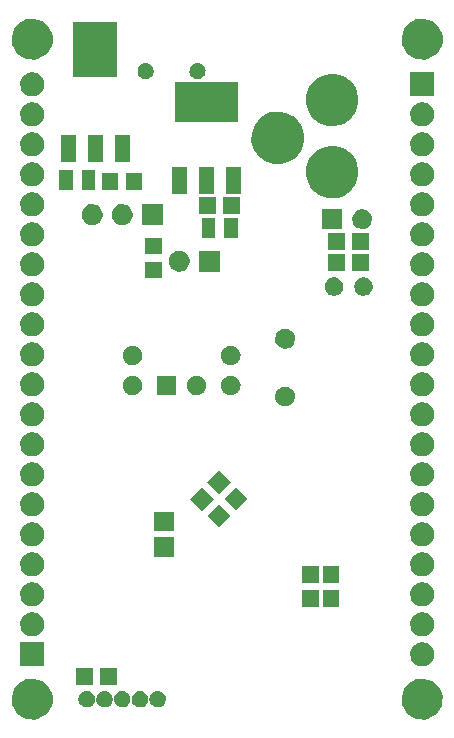
<source format=gbs>
G04 (created by PCBNEW (2013-07-07 BZR 4022)-stable) date 12/3/2013 2:23:43 AM*
%MOIN*%
G04 Gerber Fmt 3.4, Leading zero omitted, Abs format*
%FSLAX34Y34*%
G01*
G70*
G90*
G04 APERTURE LIST*
%ADD10C,0.00590551*%
G04 APERTURE END LIST*
G54D10*
G36*
X11400Y-11961D02*
X11399Y-12049D01*
X11381Y-12127D01*
X11350Y-12197D01*
X11303Y-12263D01*
X11248Y-12316D01*
X11180Y-12359D01*
X11109Y-12386D01*
X11029Y-12400D01*
X10953Y-12399D01*
X10874Y-12382D01*
X10804Y-12351D01*
X10738Y-12305D01*
X10685Y-12250D01*
X10641Y-12182D01*
X10613Y-12112D01*
X10599Y-12032D01*
X10600Y-11956D01*
X10617Y-11877D01*
X10647Y-11807D01*
X10692Y-11740D01*
X10747Y-11687D01*
X10814Y-11643D01*
X10885Y-11614D01*
X10964Y-11599D01*
X11040Y-11599D01*
X11120Y-11616D01*
X11190Y-11645D01*
X11257Y-11691D01*
X11310Y-11744D01*
X11355Y-11812D01*
X11384Y-11882D01*
X11400Y-11961D01*
X11400Y-11961D01*
G37*
G36*
X11400Y-12961D02*
X11399Y-13049D01*
X11381Y-13127D01*
X11350Y-13197D01*
X11303Y-13263D01*
X11248Y-13316D01*
X11180Y-13359D01*
X11109Y-13386D01*
X11029Y-13400D01*
X10953Y-13399D01*
X10874Y-13382D01*
X10804Y-13351D01*
X10738Y-13305D01*
X10685Y-13250D01*
X10641Y-13182D01*
X10613Y-13112D01*
X10599Y-13032D01*
X10600Y-12956D01*
X10617Y-12877D01*
X10647Y-12807D01*
X10692Y-12740D01*
X10747Y-12687D01*
X10814Y-12643D01*
X10885Y-12614D01*
X10964Y-12599D01*
X11040Y-12599D01*
X11120Y-12616D01*
X11190Y-12645D01*
X11257Y-12691D01*
X11310Y-12744D01*
X11355Y-12812D01*
X11384Y-12882D01*
X11400Y-12961D01*
X11400Y-12961D01*
G37*
G36*
X11400Y-13961D02*
X11399Y-14049D01*
X11381Y-14127D01*
X11350Y-14197D01*
X11303Y-14263D01*
X11248Y-14316D01*
X11180Y-14359D01*
X11109Y-14386D01*
X11029Y-14400D01*
X10953Y-14399D01*
X10874Y-14382D01*
X10804Y-14351D01*
X10738Y-14305D01*
X10685Y-14250D01*
X10641Y-14182D01*
X10613Y-14112D01*
X10599Y-14032D01*
X10600Y-13956D01*
X10617Y-13877D01*
X10647Y-13807D01*
X10692Y-13740D01*
X10747Y-13687D01*
X10814Y-13643D01*
X10885Y-13614D01*
X10964Y-13599D01*
X11040Y-13599D01*
X11120Y-13616D01*
X11190Y-13645D01*
X11257Y-13691D01*
X11310Y-13744D01*
X11355Y-13812D01*
X11384Y-13882D01*
X11400Y-13961D01*
X11400Y-13961D01*
G37*
G36*
X11400Y-14961D02*
X11399Y-15049D01*
X11381Y-15127D01*
X11350Y-15197D01*
X11303Y-15263D01*
X11248Y-15316D01*
X11180Y-15359D01*
X11109Y-15386D01*
X11029Y-15400D01*
X10953Y-15399D01*
X10874Y-15382D01*
X10804Y-15351D01*
X10738Y-15305D01*
X10685Y-15250D01*
X10641Y-15182D01*
X10613Y-15112D01*
X10599Y-15032D01*
X10600Y-14956D01*
X10617Y-14877D01*
X10647Y-14807D01*
X10692Y-14740D01*
X10747Y-14687D01*
X10814Y-14643D01*
X10885Y-14614D01*
X10964Y-14599D01*
X11040Y-14599D01*
X11120Y-14616D01*
X11190Y-14645D01*
X11257Y-14691D01*
X11310Y-14744D01*
X11355Y-14812D01*
X11384Y-14882D01*
X11400Y-14961D01*
X11400Y-14961D01*
G37*
G36*
X11400Y-15961D02*
X11399Y-16049D01*
X11381Y-16127D01*
X11350Y-16197D01*
X11303Y-16263D01*
X11248Y-16316D01*
X11180Y-16359D01*
X11109Y-16386D01*
X11029Y-16400D01*
X10953Y-16399D01*
X10874Y-16382D01*
X10804Y-16351D01*
X10738Y-16305D01*
X10685Y-16250D01*
X10641Y-16182D01*
X10613Y-16112D01*
X10599Y-16032D01*
X10600Y-15956D01*
X10617Y-15877D01*
X10647Y-15807D01*
X10692Y-15740D01*
X10747Y-15687D01*
X10814Y-15643D01*
X10885Y-15614D01*
X10964Y-15599D01*
X11040Y-15599D01*
X11120Y-15616D01*
X11190Y-15645D01*
X11257Y-15691D01*
X11310Y-15744D01*
X11355Y-15812D01*
X11384Y-15882D01*
X11400Y-15961D01*
X11400Y-15961D01*
G37*
G36*
X11400Y-16961D02*
X11399Y-17049D01*
X11381Y-17127D01*
X11350Y-17197D01*
X11303Y-17263D01*
X11248Y-17316D01*
X11180Y-17359D01*
X11109Y-17386D01*
X11029Y-17400D01*
X10953Y-17399D01*
X10874Y-17382D01*
X10804Y-17351D01*
X10738Y-17305D01*
X10685Y-17250D01*
X10641Y-17182D01*
X10613Y-17112D01*
X10599Y-17032D01*
X10600Y-16956D01*
X10617Y-16877D01*
X10647Y-16807D01*
X10692Y-16740D01*
X10747Y-16687D01*
X10814Y-16643D01*
X10885Y-16614D01*
X10964Y-16599D01*
X11040Y-16599D01*
X11120Y-16616D01*
X11190Y-16645D01*
X11257Y-16691D01*
X11310Y-16744D01*
X11355Y-16812D01*
X11384Y-16882D01*
X11400Y-16961D01*
X11400Y-16961D01*
G37*
G36*
X11400Y-17961D02*
X11399Y-18049D01*
X11381Y-18127D01*
X11350Y-18197D01*
X11303Y-18263D01*
X11248Y-18316D01*
X11180Y-18359D01*
X11109Y-18386D01*
X11029Y-18400D01*
X10953Y-18399D01*
X10874Y-18382D01*
X10804Y-18351D01*
X10738Y-18305D01*
X10685Y-18250D01*
X10641Y-18182D01*
X10613Y-18112D01*
X10599Y-18032D01*
X10600Y-17956D01*
X10617Y-17877D01*
X10647Y-17807D01*
X10692Y-17740D01*
X10747Y-17687D01*
X10814Y-17643D01*
X10885Y-17614D01*
X10964Y-17599D01*
X11040Y-17599D01*
X11120Y-17616D01*
X11190Y-17645D01*
X11257Y-17691D01*
X11310Y-17744D01*
X11355Y-17812D01*
X11384Y-17882D01*
X11400Y-17961D01*
X11400Y-17961D01*
G37*
G36*
X11400Y-18961D02*
X11399Y-19049D01*
X11381Y-19127D01*
X11350Y-19197D01*
X11303Y-19263D01*
X11248Y-19316D01*
X11180Y-19359D01*
X11109Y-19386D01*
X11029Y-19400D01*
X10953Y-19399D01*
X10874Y-19382D01*
X10804Y-19351D01*
X10738Y-19305D01*
X10685Y-19250D01*
X10641Y-19182D01*
X10613Y-19112D01*
X10599Y-19032D01*
X10600Y-18956D01*
X10617Y-18877D01*
X10647Y-18807D01*
X10692Y-18740D01*
X10747Y-18687D01*
X10814Y-18643D01*
X10885Y-18614D01*
X10964Y-18599D01*
X11040Y-18599D01*
X11120Y-18616D01*
X11190Y-18645D01*
X11257Y-18691D01*
X11310Y-18744D01*
X11355Y-18812D01*
X11384Y-18882D01*
X11400Y-18961D01*
X11400Y-18961D01*
G37*
G36*
X11400Y-19961D02*
X11399Y-20049D01*
X11381Y-20127D01*
X11350Y-20197D01*
X11303Y-20263D01*
X11248Y-20316D01*
X11180Y-20359D01*
X11109Y-20386D01*
X11029Y-20400D01*
X10953Y-20399D01*
X10874Y-20382D01*
X10804Y-20351D01*
X10738Y-20305D01*
X10685Y-20250D01*
X10641Y-20182D01*
X10613Y-20112D01*
X10599Y-20032D01*
X10600Y-19956D01*
X10617Y-19877D01*
X10647Y-19807D01*
X10692Y-19740D01*
X10747Y-19687D01*
X10814Y-19643D01*
X10885Y-19614D01*
X10964Y-19599D01*
X11040Y-19599D01*
X11120Y-19616D01*
X11190Y-19645D01*
X11257Y-19691D01*
X11310Y-19744D01*
X11355Y-19812D01*
X11384Y-19882D01*
X11400Y-19961D01*
X11400Y-19961D01*
G37*
G36*
X11400Y-20961D02*
X11399Y-21049D01*
X11381Y-21127D01*
X11350Y-21197D01*
X11303Y-21263D01*
X11248Y-21316D01*
X11180Y-21359D01*
X11109Y-21386D01*
X11029Y-21400D01*
X10953Y-21399D01*
X10874Y-21382D01*
X10804Y-21351D01*
X10738Y-21305D01*
X10685Y-21250D01*
X10641Y-21182D01*
X10613Y-21112D01*
X10599Y-21032D01*
X10600Y-20956D01*
X10617Y-20877D01*
X10647Y-20807D01*
X10692Y-20740D01*
X10747Y-20687D01*
X10814Y-20643D01*
X10885Y-20614D01*
X10964Y-20599D01*
X11040Y-20599D01*
X11120Y-20616D01*
X11190Y-20645D01*
X11257Y-20691D01*
X11310Y-20744D01*
X11355Y-20812D01*
X11384Y-20882D01*
X11400Y-20961D01*
X11400Y-20961D01*
G37*
G36*
X11400Y-21961D02*
X11399Y-22049D01*
X11381Y-22127D01*
X11350Y-22197D01*
X11303Y-22263D01*
X11248Y-22316D01*
X11180Y-22359D01*
X11109Y-22386D01*
X11029Y-22400D01*
X10953Y-22399D01*
X10874Y-22382D01*
X10804Y-22351D01*
X10738Y-22305D01*
X10685Y-22250D01*
X10641Y-22182D01*
X10613Y-22112D01*
X10599Y-22032D01*
X10600Y-21956D01*
X10617Y-21877D01*
X10647Y-21807D01*
X10692Y-21740D01*
X10747Y-21687D01*
X10814Y-21643D01*
X10885Y-21614D01*
X10964Y-21599D01*
X11040Y-21599D01*
X11120Y-21616D01*
X11190Y-21645D01*
X11257Y-21691D01*
X11310Y-21744D01*
X11355Y-21812D01*
X11384Y-21882D01*
X11400Y-21961D01*
X11400Y-21961D01*
G37*
G36*
X11400Y-22961D02*
X11399Y-23049D01*
X11381Y-23127D01*
X11350Y-23197D01*
X11303Y-23263D01*
X11248Y-23316D01*
X11180Y-23359D01*
X11109Y-23386D01*
X11029Y-23400D01*
X10953Y-23399D01*
X10874Y-23382D01*
X10804Y-23351D01*
X10738Y-23305D01*
X10685Y-23250D01*
X10641Y-23182D01*
X10613Y-23112D01*
X10599Y-23032D01*
X10600Y-22956D01*
X10617Y-22877D01*
X10647Y-22807D01*
X10692Y-22740D01*
X10747Y-22687D01*
X10814Y-22643D01*
X10885Y-22614D01*
X10964Y-22599D01*
X11040Y-22599D01*
X11120Y-22616D01*
X11190Y-22645D01*
X11257Y-22691D01*
X11310Y-22744D01*
X11355Y-22812D01*
X11384Y-22882D01*
X11400Y-22961D01*
X11400Y-22961D01*
G37*
G36*
X11400Y-23961D02*
X11399Y-24049D01*
X11381Y-24127D01*
X11350Y-24197D01*
X11303Y-24263D01*
X11248Y-24316D01*
X11180Y-24359D01*
X11109Y-24386D01*
X11029Y-24400D01*
X10953Y-24399D01*
X10874Y-24382D01*
X10804Y-24351D01*
X10738Y-24305D01*
X10685Y-24250D01*
X10641Y-24182D01*
X10613Y-24112D01*
X10599Y-24032D01*
X10600Y-23956D01*
X10617Y-23877D01*
X10647Y-23807D01*
X10692Y-23740D01*
X10747Y-23687D01*
X10814Y-23643D01*
X10885Y-23614D01*
X10964Y-23599D01*
X11040Y-23599D01*
X11120Y-23616D01*
X11190Y-23645D01*
X11257Y-23691D01*
X11310Y-23744D01*
X11355Y-23812D01*
X11384Y-23882D01*
X11400Y-23961D01*
X11400Y-23961D01*
G37*
G36*
X11400Y-24961D02*
X11399Y-25049D01*
X11381Y-25127D01*
X11350Y-25197D01*
X11303Y-25263D01*
X11248Y-25316D01*
X11180Y-25359D01*
X11109Y-25386D01*
X11029Y-25400D01*
X10953Y-25399D01*
X10874Y-25382D01*
X10804Y-25351D01*
X10738Y-25305D01*
X10685Y-25250D01*
X10641Y-25182D01*
X10613Y-25112D01*
X10599Y-25032D01*
X10600Y-24956D01*
X10617Y-24877D01*
X10647Y-24807D01*
X10692Y-24740D01*
X10747Y-24687D01*
X10814Y-24643D01*
X10885Y-24614D01*
X10964Y-24599D01*
X11040Y-24599D01*
X11120Y-24616D01*
X11190Y-24645D01*
X11257Y-24691D01*
X11310Y-24744D01*
X11355Y-24812D01*
X11384Y-24882D01*
X11400Y-24961D01*
X11400Y-24961D01*
G37*
G36*
X11400Y-25961D02*
X11399Y-26049D01*
X11381Y-26127D01*
X11350Y-26197D01*
X11303Y-26263D01*
X11248Y-26316D01*
X11180Y-26359D01*
X11109Y-26386D01*
X11029Y-26400D01*
X10953Y-26399D01*
X10874Y-26382D01*
X10804Y-26351D01*
X10738Y-26305D01*
X10685Y-26250D01*
X10641Y-26182D01*
X10613Y-26112D01*
X10599Y-26032D01*
X10600Y-25956D01*
X10617Y-25877D01*
X10647Y-25807D01*
X10692Y-25740D01*
X10747Y-25687D01*
X10814Y-25643D01*
X10885Y-25614D01*
X10964Y-25599D01*
X11040Y-25599D01*
X11120Y-25616D01*
X11190Y-25645D01*
X11257Y-25691D01*
X11310Y-25744D01*
X11355Y-25812D01*
X11384Y-25882D01*
X11400Y-25961D01*
X11400Y-25961D01*
G37*
G36*
X11400Y-26961D02*
X11399Y-27049D01*
X11381Y-27127D01*
X11350Y-27197D01*
X11303Y-27263D01*
X11248Y-27316D01*
X11180Y-27359D01*
X11109Y-27386D01*
X11029Y-27400D01*
X10953Y-27399D01*
X10874Y-27382D01*
X10804Y-27351D01*
X10738Y-27305D01*
X10685Y-27250D01*
X10641Y-27182D01*
X10613Y-27112D01*
X10599Y-27032D01*
X10600Y-26956D01*
X10617Y-26877D01*
X10647Y-26807D01*
X10692Y-26740D01*
X10747Y-26687D01*
X10814Y-26643D01*
X10885Y-26614D01*
X10964Y-26599D01*
X11040Y-26599D01*
X11120Y-26616D01*
X11190Y-26645D01*
X11257Y-26691D01*
X11310Y-26744D01*
X11355Y-26812D01*
X11384Y-26882D01*
X11400Y-26961D01*
X11400Y-26961D01*
G37*
G36*
X11400Y-27961D02*
X11399Y-28049D01*
X11381Y-28127D01*
X11350Y-28197D01*
X11303Y-28263D01*
X11248Y-28316D01*
X11180Y-28359D01*
X11109Y-28386D01*
X11029Y-28400D01*
X10953Y-28399D01*
X10874Y-28382D01*
X10804Y-28351D01*
X10738Y-28305D01*
X10685Y-28250D01*
X10641Y-28182D01*
X10613Y-28112D01*
X10599Y-28032D01*
X10600Y-27956D01*
X10617Y-27877D01*
X10647Y-27807D01*
X10692Y-27740D01*
X10747Y-27687D01*
X10814Y-27643D01*
X10885Y-27614D01*
X10964Y-27599D01*
X11040Y-27599D01*
X11120Y-27616D01*
X11190Y-27645D01*
X11257Y-27691D01*
X11310Y-27744D01*
X11355Y-27812D01*
X11384Y-27882D01*
X11400Y-27961D01*
X11400Y-27961D01*
G37*
G36*
X11400Y-28961D02*
X11399Y-29049D01*
X11381Y-29127D01*
X11350Y-29197D01*
X11303Y-29263D01*
X11248Y-29316D01*
X11180Y-29359D01*
X11109Y-29386D01*
X11029Y-29400D01*
X10953Y-29399D01*
X10874Y-29382D01*
X10804Y-29351D01*
X10738Y-29305D01*
X10685Y-29250D01*
X10641Y-29182D01*
X10613Y-29112D01*
X10599Y-29032D01*
X10600Y-28956D01*
X10617Y-28877D01*
X10647Y-28807D01*
X10692Y-28740D01*
X10747Y-28687D01*
X10814Y-28643D01*
X10885Y-28614D01*
X10964Y-28599D01*
X11040Y-28599D01*
X11120Y-28616D01*
X11190Y-28645D01*
X11257Y-28691D01*
X11310Y-28744D01*
X11355Y-28812D01*
X11384Y-28882D01*
X11400Y-28961D01*
X11400Y-28961D01*
G37*
G36*
X11400Y-29961D02*
X11399Y-30049D01*
X11381Y-30127D01*
X11350Y-30197D01*
X11303Y-30263D01*
X11248Y-30316D01*
X11180Y-30359D01*
X11109Y-30386D01*
X11029Y-30400D01*
X10953Y-30399D01*
X10874Y-30382D01*
X10804Y-30351D01*
X10738Y-30305D01*
X10685Y-30250D01*
X10641Y-30182D01*
X10613Y-30112D01*
X10599Y-30032D01*
X10600Y-29956D01*
X10617Y-29877D01*
X10647Y-29807D01*
X10692Y-29740D01*
X10747Y-29687D01*
X10814Y-29643D01*
X10885Y-29614D01*
X10964Y-29599D01*
X11040Y-29599D01*
X11120Y-29616D01*
X11190Y-29645D01*
X11257Y-29691D01*
X11310Y-29744D01*
X11355Y-29812D01*
X11384Y-29882D01*
X11400Y-29961D01*
X11400Y-29961D01*
G37*
G36*
X11400Y-31400D02*
X10599Y-31400D01*
X10599Y-30599D01*
X11400Y-30599D01*
X11400Y-31400D01*
X11400Y-31400D01*
G37*
G36*
X11680Y-10434D02*
X11678Y-10584D01*
X11648Y-10716D01*
X11594Y-10836D01*
X11516Y-10947D01*
X11421Y-11037D01*
X11307Y-11110D01*
X11184Y-11157D01*
X11051Y-11181D01*
X10920Y-11178D01*
X10787Y-11149D01*
X10667Y-11097D01*
X10556Y-11019D01*
X10465Y-10925D01*
X10391Y-10811D01*
X10343Y-10689D01*
X10318Y-10555D01*
X10320Y-10425D01*
X10348Y-10292D01*
X10400Y-10171D01*
X10477Y-10059D01*
X10570Y-9968D01*
X10684Y-9893D01*
X10805Y-9844D01*
X10939Y-9819D01*
X11070Y-9820D01*
X11203Y-9847D01*
X11323Y-9898D01*
X11436Y-9974D01*
X11528Y-10066D01*
X11604Y-10180D01*
X11653Y-10301D01*
X11680Y-10434D01*
X11680Y-10434D01*
G37*
G36*
X11680Y-32434D02*
X11678Y-32584D01*
X11648Y-32716D01*
X11594Y-32836D01*
X11516Y-32947D01*
X11421Y-33037D01*
X11307Y-33110D01*
X11184Y-33157D01*
X11051Y-33181D01*
X10920Y-33178D01*
X10787Y-33149D01*
X10667Y-33097D01*
X10556Y-33019D01*
X10465Y-32925D01*
X10391Y-32811D01*
X10343Y-32689D01*
X10318Y-32555D01*
X10320Y-32425D01*
X10348Y-32292D01*
X10400Y-32171D01*
X10477Y-32059D01*
X10570Y-31968D01*
X10684Y-31893D01*
X10805Y-31844D01*
X10939Y-31819D01*
X11070Y-31820D01*
X11203Y-31847D01*
X11323Y-31898D01*
X11436Y-31974D01*
X11528Y-32066D01*
X11604Y-32180D01*
X11653Y-32301D01*
X11680Y-32434D01*
X11680Y-32434D01*
G37*
G36*
X12350Y-15525D02*
X11899Y-15525D01*
X11899Y-14874D01*
X12350Y-14874D01*
X12350Y-15525D01*
X12350Y-15525D01*
G37*
G36*
X12450Y-14600D02*
X11949Y-14600D01*
X11949Y-13699D01*
X12450Y-13699D01*
X12450Y-14600D01*
X12450Y-14600D01*
G37*
G36*
X13025Y-32025D02*
X12474Y-32025D01*
X12474Y-31474D01*
X13025Y-31474D01*
X13025Y-32025D01*
X13025Y-32025D01*
G37*
G36*
X13094Y-32474D02*
X13093Y-32533D01*
X13080Y-32588D01*
X13059Y-32635D01*
X13027Y-32681D01*
X12990Y-32717D01*
X12942Y-32747D01*
X12894Y-32765D01*
X12839Y-32775D01*
X12787Y-32774D01*
X12732Y-32762D01*
X12685Y-32741D01*
X12638Y-32709D01*
X12603Y-32672D01*
X12572Y-32625D01*
X12553Y-32577D01*
X12543Y-32521D01*
X12544Y-32470D01*
X12555Y-32415D01*
X12576Y-32367D01*
X12608Y-32321D01*
X12644Y-32285D01*
X12692Y-32254D01*
X12739Y-32235D01*
X12795Y-32224D01*
X12846Y-32224D01*
X12902Y-32236D01*
X12949Y-32256D01*
X12996Y-32287D01*
X13032Y-32324D01*
X13063Y-32371D01*
X13083Y-32418D01*
X13094Y-32474D01*
X13094Y-32474D01*
G37*
G36*
X13100Y-15525D02*
X12649Y-15525D01*
X12649Y-14874D01*
X13100Y-14874D01*
X13100Y-15525D01*
X13100Y-15525D01*
G37*
G36*
X13350Y-16316D02*
X13349Y-16393D01*
X13333Y-16462D01*
X13306Y-16522D01*
X13265Y-16580D01*
X13217Y-16626D01*
X13157Y-16664D01*
X13095Y-16688D01*
X13025Y-16700D01*
X12959Y-16699D01*
X12890Y-16684D01*
X12829Y-16657D01*
X12771Y-16617D01*
X12725Y-16569D01*
X12686Y-16509D01*
X12662Y-16448D01*
X12649Y-16378D01*
X12650Y-16312D01*
X12665Y-16242D01*
X12691Y-16181D01*
X12731Y-16122D01*
X12778Y-16076D01*
X12838Y-16037D01*
X12899Y-16012D01*
X12969Y-15999D01*
X13035Y-15999D01*
X13105Y-16014D01*
X13166Y-16039D01*
X13225Y-16079D01*
X13271Y-16126D01*
X13311Y-16186D01*
X13336Y-16246D01*
X13350Y-16316D01*
X13350Y-16316D01*
G37*
G36*
X13350Y-14600D02*
X12849Y-14600D01*
X12849Y-13699D01*
X13350Y-13699D01*
X13350Y-14600D01*
X13350Y-14600D01*
G37*
G36*
X13684Y-32474D02*
X13683Y-32533D01*
X13670Y-32588D01*
X13649Y-32635D01*
X13617Y-32681D01*
X13580Y-32717D01*
X13532Y-32747D01*
X13484Y-32765D01*
X13429Y-32775D01*
X13377Y-32774D01*
X13322Y-32762D01*
X13275Y-32741D01*
X13228Y-32709D01*
X13193Y-32672D01*
X13162Y-32625D01*
X13143Y-32577D01*
X13133Y-32521D01*
X13134Y-32470D01*
X13145Y-32415D01*
X13166Y-32367D01*
X13198Y-32321D01*
X13234Y-32285D01*
X13282Y-32254D01*
X13329Y-32235D01*
X13385Y-32224D01*
X13436Y-32224D01*
X13492Y-32236D01*
X13539Y-32256D01*
X13586Y-32287D01*
X13622Y-32324D01*
X13653Y-32371D01*
X13673Y-32418D01*
X13684Y-32474D01*
X13684Y-32474D01*
G37*
G36*
X13825Y-11775D02*
X12374Y-11775D01*
X12374Y-9924D01*
X13825Y-9924D01*
X13825Y-11775D01*
X13825Y-11775D01*
G37*
G36*
X13825Y-32025D02*
X13274Y-32025D01*
X13274Y-31474D01*
X13825Y-31474D01*
X13825Y-32025D01*
X13825Y-32025D01*
G37*
G36*
X13875Y-15525D02*
X13324Y-15525D01*
X13324Y-14974D01*
X13875Y-14974D01*
X13875Y-15525D01*
X13875Y-15525D01*
G37*
G36*
X14250Y-14600D02*
X13749Y-14600D01*
X13749Y-13699D01*
X14250Y-13699D01*
X14250Y-14600D01*
X14250Y-14600D01*
G37*
G36*
X14275Y-32474D02*
X14274Y-32533D01*
X14261Y-32588D01*
X14240Y-32635D01*
X14208Y-32681D01*
X14171Y-32717D01*
X14123Y-32747D01*
X14075Y-32765D01*
X14020Y-32775D01*
X13968Y-32774D01*
X13913Y-32762D01*
X13866Y-32741D01*
X13819Y-32709D01*
X13784Y-32672D01*
X13753Y-32625D01*
X13734Y-32577D01*
X13724Y-32521D01*
X13725Y-32470D01*
X13736Y-32415D01*
X13757Y-32367D01*
X13789Y-32321D01*
X13825Y-32285D01*
X13873Y-32254D01*
X13920Y-32235D01*
X13976Y-32224D01*
X14027Y-32224D01*
X14083Y-32236D01*
X14130Y-32256D01*
X14177Y-32287D01*
X14213Y-32324D01*
X14244Y-32371D01*
X14264Y-32418D01*
X14275Y-32474D01*
X14275Y-32474D01*
G37*
G36*
X14350Y-16316D02*
X14349Y-16393D01*
X14333Y-16462D01*
X14306Y-16522D01*
X14265Y-16580D01*
X14217Y-16626D01*
X14157Y-16664D01*
X14095Y-16688D01*
X14025Y-16700D01*
X13959Y-16699D01*
X13890Y-16684D01*
X13829Y-16657D01*
X13771Y-16617D01*
X13725Y-16569D01*
X13686Y-16509D01*
X13662Y-16448D01*
X13649Y-16378D01*
X13650Y-16312D01*
X13665Y-16242D01*
X13691Y-16181D01*
X13731Y-16122D01*
X13778Y-16076D01*
X13838Y-16037D01*
X13899Y-16012D01*
X13969Y-15999D01*
X14035Y-15999D01*
X14105Y-16014D01*
X14166Y-16039D01*
X14225Y-16079D01*
X14271Y-16126D01*
X14311Y-16186D01*
X14336Y-16246D01*
X14350Y-16316D01*
X14350Y-16316D01*
G37*
G36*
X14665Y-21019D02*
X14664Y-21089D01*
X14649Y-21154D01*
X14624Y-21210D01*
X14586Y-21264D01*
X14542Y-21306D01*
X14486Y-21342D01*
X14428Y-21364D01*
X14363Y-21375D01*
X14302Y-21374D01*
X14237Y-21360D01*
X14181Y-21335D01*
X14127Y-21298D01*
X14084Y-21253D01*
X14048Y-21198D01*
X14026Y-21141D01*
X14014Y-21076D01*
X14015Y-21014D01*
X14028Y-20949D01*
X14053Y-20893D01*
X14090Y-20838D01*
X14134Y-20796D01*
X14189Y-20759D01*
X14246Y-20736D01*
X14311Y-20724D01*
X14372Y-20724D01*
X14437Y-20738D01*
X14494Y-20761D01*
X14549Y-20799D01*
X14592Y-20842D01*
X14628Y-20896D01*
X14629Y-20897D01*
X14652Y-20954D01*
X14665Y-21019D01*
X14665Y-21019D01*
G37*
G36*
X14665Y-22019D02*
X14664Y-22089D01*
X14649Y-22154D01*
X14624Y-22210D01*
X14586Y-22264D01*
X14542Y-22306D01*
X14486Y-22342D01*
X14428Y-22364D01*
X14363Y-22375D01*
X14302Y-22374D01*
X14237Y-22360D01*
X14181Y-22335D01*
X14127Y-22298D01*
X14084Y-22253D01*
X14048Y-22198D01*
X14026Y-22141D01*
X14014Y-22076D01*
X14015Y-22014D01*
X14028Y-21949D01*
X14053Y-21893D01*
X14090Y-21838D01*
X14134Y-21796D01*
X14189Y-21759D01*
X14246Y-21736D01*
X14311Y-21724D01*
X14372Y-21724D01*
X14437Y-21738D01*
X14494Y-21761D01*
X14549Y-21799D01*
X14592Y-21842D01*
X14628Y-21896D01*
X14629Y-21897D01*
X14652Y-21954D01*
X14665Y-22019D01*
X14665Y-22019D01*
G37*
G36*
X14675Y-15525D02*
X14124Y-15525D01*
X14124Y-14974D01*
X14675Y-14974D01*
X14675Y-15525D01*
X14675Y-15525D01*
G37*
G36*
X14866Y-32474D02*
X14865Y-32533D01*
X14852Y-32588D01*
X14831Y-32635D01*
X14799Y-32681D01*
X14762Y-32717D01*
X14714Y-32747D01*
X14666Y-32765D01*
X14611Y-32775D01*
X14559Y-32774D01*
X14504Y-32762D01*
X14457Y-32741D01*
X14410Y-32709D01*
X14375Y-32672D01*
X14344Y-32625D01*
X14325Y-32577D01*
X14315Y-32521D01*
X14316Y-32470D01*
X14327Y-32415D01*
X14348Y-32367D01*
X14380Y-32321D01*
X14416Y-32285D01*
X14464Y-32254D01*
X14511Y-32235D01*
X14567Y-32224D01*
X14618Y-32224D01*
X14674Y-32236D01*
X14721Y-32256D01*
X14768Y-32287D01*
X14804Y-32324D01*
X14835Y-32371D01*
X14855Y-32418D01*
X14866Y-32474D01*
X14866Y-32474D01*
G37*
G36*
X15046Y-11541D02*
X15045Y-11599D01*
X15033Y-11652D01*
X15013Y-11698D01*
X14982Y-11742D01*
X14945Y-11777D01*
X14899Y-11806D01*
X14853Y-11824D01*
X14799Y-11834D01*
X14749Y-11833D01*
X14696Y-11821D01*
X14650Y-11801D01*
X14605Y-11770D01*
X14570Y-11734D01*
X14541Y-11688D01*
X14522Y-11642D01*
X14512Y-11588D01*
X14513Y-11538D01*
X14525Y-11484D01*
X14544Y-11439D01*
X14575Y-11393D01*
X14611Y-11359D01*
X14657Y-11328D01*
X14703Y-11310D01*
X14757Y-11300D01*
X14806Y-11300D01*
X14860Y-11311D01*
X14906Y-11330D01*
X14951Y-11361D01*
X14986Y-11396D01*
X15016Y-11441D01*
X15017Y-11442D01*
X15036Y-11488D01*
X15046Y-11541D01*
X15046Y-11541D01*
G37*
G36*
X15325Y-17675D02*
X14774Y-17675D01*
X14774Y-17124D01*
X15325Y-17124D01*
X15325Y-17675D01*
X15325Y-17675D01*
G37*
G36*
X15325Y-18475D02*
X14774Y-18475D01*
X14774Y-17924D01*
X15325Y-17924D01*
X15325Y-18475D01*
X15325Y-18475D01*
G37*
G36*
X15350Y-16700D02*
X14649Y-16700D01*
X14649Y-15999D01*
X15350Y-15999D01*
X15350Y-16700D01*
X15350Y-16700D01*
G37*
G36*
X15456Y-32474D02*
X15455Y-32533D01*
X15442Y-32588D01*
X15421Y-32635D01*
X15389Y-32681D01*
X15352Y-32717D01*
X15304Y-32747D01*
X15256Y-32765D01*
X15201Y-32775D01*
X15149Y-32774D01*
X15094Y-32762D01*
X15047Y-32741D01*
X15000Y-32709D01*
X14965Y-32672D01*
X14934Y-32625D01*
X14915Y-32577D01*
X14905Y-32521D01*
X14906Y-32470D01*
X14917Y-32415D01*
X14938Y-32367D01*
X14970Y-32321D01*
X15006Y-32285D01*
X15054Y-32254D01*
X15101Y-32235D01*
X15157Y-32224D01*
X15208Y-32224D01*
X15264Y-32236D01*
X15311Y-32256D01*
X15358Y-32287D01*
X15394Y-32324D01*
X15425Y-32371D01*
X15445Y-32418D01*
X15456Y-32474D01*
X15456Y-32474D01*
G37*
G36*
X15725Y-26901D02*
X15074Y-26901D01*
X15074Y-26250D01*
X15725Y-26250D01*
X15725Y-26901D01*
X15725Y-26901D01*
G37*
G36*
X15725Y-27749D02*
X15074Y-27749D01*
X15074Y-27098D01*
X15725Y-27098D01*
X15725Y-27749D01*
X15725Y-27749D01*
G37*
G36*
X15805Y-22365D02*
X15154Y-22365D01*
X15154Y-21714D01*
X15805Y-21714D01*
X15805Y-22365D01*
X15805Y-22365D01*
G37*
G36*
X16150Y-15650D02*
X15649Y-15650D01*
X15649Y-14749D01*
X16150Y-14749D01*
X16150Y-15650D01*
X16150Y-15650D01*
G37*
G36*
X16250Y-17866D02*
X16249Y-17943D01*
X16233Y-18012D01*
X16206Y-18072D01*
X16165Y-18130D01*
X16117Y-18176D01*
X16057Y-18214D01*
X15995Y-18238D01*
X15925Y-18250D01*
X15859Y-18249D01*
X15790Y-18234D01*
X15729Y-18207D01*
X15671Y-18167D01*
X15625Y-18119D01*
X15586Y-18059D01*
X15562Y-17998D01*
X15549Y-17928D01*
X15550Y-17862D01*
X15565Y-17792D01*
X15591Y-17731D01*
X15631Y-17672D01*
X15678Y-17626D01*
X15738Y-17587D01*
X15799Y-17562D01*
X15869Y-17549D01*
X15935Y-17549D01*
X16005Y-17564D01*
X16066Y-17589D01*
X16125Y-17629D01*
X16171Y-17676D01*
X16211Y-17736D01*
X16236Y-17796D01*
X16250Y-17866D01*
X16250Y-17866D01*
G37*
G36*
X16778Y-11541D02*
X16777Y-11599D01*
X16765Y-11652D01*
X16745Y-11698D01*
X16714Y-11742D01*
X16677Y-11777D01*
X16631Y-11806D01*
X16585Y-11824D01*
X16531Y-11834D01*
X16481Y-11833D01*
X16428Y-11821D01*
X16382Y-11801D01*
X16337Y-11770D01*
X16302Y-11734D01*
X16273Y-11688D01*
X16254Y-11642D01*
X16244Y-11588D01*
X16245Y-11538D01*
X16257Y-11484D01*
X16276Y-11439D01*
X16307Y-11393D01*
X16343Y-11359D01*
X16389Y-11328D01*
X16435Y-11310D01*
X16489Y-11300D01*
X16538Y-11300D01*
X16592Y-11311D01*
X16638Y-11330D01*
X16683Y-11361D01*
X16718Y-11396D01*
X16748Y-11441D01*
X16749Y-11442D01*
X16768Y-11488D01*
X16778Y-11541D01*
X16778Y-11541D01*
G37*
G36*
X16805Y-22009D02*
X16804Y-22079D01*
X16789Y-22144D01*
X16764Y-22200D01*
X16726Y-22254D01*
X16682Y-22296D01*
X16626Y-22332D01*
X16568Y-22354D01*
X16503Y-22365D01*
X16442Y-22364D01*
X16377Y-22350D01*
X16321Y-22325D01*
X16267Y-22288D01*
X16224Y-22243D01*
X16188Y-22188D01*
X16166Y-22131D01*
X16154Y-22066D01*
X16155Y-22004D01*
X16168Y-21939D01*
X16193Y-21883D01*
X16230Y-21828D01*
X16274Y-21786D01*
X16329Y-21749D01*
X16386Y-21726D01*
X16451Y-21714D01*
X16512Y-21714D01*
X16577Y-21728D01*
X16634Y-21751D01*
X16689Y-21789D01*
X16732Y-21832D01*
X16768Y-21886D01*
X16769Y-21887D01*
X16792Y-21944D01*
X16805Y-22009D01*
X16805Y-22009D01*
G37*
G36*
X17050Y-15650D02*
X16549Y-15650D01*
X16549Y-14749D01*
X17050Y-14749D01*
X17050Y-15650D01*
X17050Y-15650D01*
G37*
G36*
X17056Y-25832D02*
X16667Y-26222D01*
X16277Y-25832D01*
X16667Y-25443D01*
X17056Y-25832D01*
X17056Y-25832D01*
G37*
G36*
X17100Y-17125D02*
X16649Y-17125D01*
X16649Y-16474D01*
X17100Y-16474D01*
X17100Y-17125D01*
X17100Y-17125D01*
G37*
G36*
X17125Y-16325D02*
X16574Y-16325D01*
X16574Y-15774D01*
X17125Y-15774D01*
X17125Y-16325D01*
X17125Y-16325D01*
G37*
G36*
X17250Y-18250D02*
X16549Y-18250D01*
X16549Y-17549D01*
X17250Y-17549D01*
X17250Y-18250D01*
X17250Y-18250D01*
G37*
G36*
X17606Y-26382D02*
X17217Y-26772D01*
X16827Y-26382D01*
X17217Y-25993D01*
X17606Y-26382D01*
X17606Y-26382D01*
G37*
G36*
X17622Y-25267D02*
X17232Y-25656D01*
X16843Y-25267D01*
X17232Y-24877D01*
X17622Y-25267D01*
X17622Y-25267D01*
G37*
G36*
X17850Y-13275D02*
X15749Y-13275D01*
X15749Y-11924D01*
X17850Y-11924D01*
X17850Y-13275D01*
X17850Y-13275D01*
G37*
G36*
X17850Y-17125D02*
X17399Y-17125D01*
X17399Y-16474D01*
X17850Y-16474D01*
X17850Y-17125D01*
X17850Y-17125D01*
G37*
G36*
X17925Y-16325D02*
X17374Y-16325D01*
X17374Y-15774D01*
X17925Y-15774D01*
X17925Y-16325D01*
X17925Y-16325D01*
G37*
G36*
X17945Y-21019D02*
X17944Y-21089D01*
X17929Y-21154D01*
X17904Y-21210D01*
X17866Y-21264D01*
X17822Y-21306D01*
X17766Y-21342D01*
X17708Y-21364D01*
X17643Y-21375D01*
X17582Y-21374D01*
X17517Y-21360D01*
X17461Y-21335D01*
X17407Y-21298D01*
X17364Y-21253D01*
X17328Y-21198D01*
X17306Y-21141D01*
X17294Y-21076D01*
X17295Y-21014D01*
X17308Y-20949D01*
X17333Y-20893D01*
X17370Y-20838D01*
X17414Y-20796D01*
X17469Y-20759D01*
X17526Y-20736D01*
X17591Y-20724D01*
X17652Y-20724D01*
X17717Y-20738D01*
X17774Y-20761D01*
X17829Y-20799D01*
X17872Y-20842D01*
X17908Y-20896D01*
X17909Y-20897D01*
X17932Y-20954D01*
X17945Y-21019D01*
X17945Y-21019D01*
G37*
G36*
X17945Y-22019D02*
X17944Y-22089D01*
X17929Y-22154D01*
X17904Y-22210D01*
X17866Y-22264D01*
X17822Y-22306D01*
X17766Y-22342D01*
X17708Y-22364D01*
X17643Y-22375D01*
X17582Y-22374D01*
X17517Y-22360D01*
X17461Y-22335D01*
X17407Y-22298D01*
X17364Y-22253D01*
X17328Y-22198D01*
X17306Y-22141D01*
X17294Y-22076D01*
X17295Y-22014D01*
X17308Y-21949D01*
X17333Y-21893D01*
X17370Y-21838D01*
X17414Y-21796D01*
X17469Y-21759D01*
X17526Y-21736D01*
X17591Y-21724D01*
X17652Y-21724D01*
X17717Y-21738D01*
X17774Y-21761D01*
X17829Y-21799D01*
X17872Y-21842D01*
X17908Y-21896D01*
X17909Y-21897D01*
X17932Y-21954D01*
X17945Y-22019D01*
X17945Y-22019D01*
G37*
G36*
X17950Y-15650D02*
X17449Y-15650D01*
X17449Y-14749D01*
X17950Y-14749D01*
X17950Y-15650D01*
X17950Y-15650D01*
G37*
G36*
X18172Y-25817D02*
X17782Y-26206D01*
X17393Y-25817D01*
X17782Y-25427D01*
X18172Y-25817D01*
X18172Y-25817D01*
G37*
G36*
X19760Y-20457D02*
X19759Y-20529D01*
X19744Y-20594D01*
X19718Y-20651D01*
X19680Y-20706D01*
X19635Y-20749D01*
X19578Y-20785D01*
X19520Y-20808D01*
X19454Y-20819D01*
X19391Y-20818D01*
X19326Y-20804D01*
X19269Y-20779D01*
X19214Y-20740D01*
X19170Y-20695D01*
X19134Y-20639D01*
X19111Y-20581D01*
X19099Y-20515D01*
X19100Y-20453D01*
X19114Y-20387D01*
X19138Y-20330D01*
X19176Y-20274D01*
X19221Y-20231D01*
X19277Y-20194D01*
X19335Y-20171D01*
X19401Y-20158D01*
X19463Y-20158D01*
X19529Y-20172D01*
X19586Y-20196D01*
X19642Y-20234D01*
X19686Y-20278D01*
X19723Y-20334D01*
X19747Y-20391D01*
X19760Y-20457D01*
X19760Y-20457D01*
G37*
G36*
X19760Y-22379D02*
X19759Y-22451D01*
X19744Y-22516D01*
X19718Y-22573D01*
X19680Y-22628D01*
X19635Y-22671D01*
X19578Y-22707D01*
X19520Y-22730D01*
X19454Y-22741D01*
X19391Y-22740D01*
X19326Y-22726D01*
X19269Y-22701D01*
X19214Y-22662D01*
X19170Y-22617D01*
X19134Y-22561D01*
X19111Y-22503D01*
X19099Y-22437D01*
X19100Y-22375D01*
X19114Y-22309D01*
X19138Y-22252D01*
X19176Y-22196D01*
X19221Y-22153D01*
X19277Y-22116D01*
X19335Y-22093D01*
X19401Y-22080D01*
X19463Y-22080D01*
X19529Y-22094D01*
X19586Y-22118D01*
X19642Y-22156D01*
X19686Y-22200D01*
X19723Y-22256D01*
X19747Y-22313D01*
X19760Y-22379D01*
X19760Y-22379D01*
G37*
G36*
X20066Y-13706D02*
X20063Y-13900D01*
X20024Y-14070D01*
X19955Y-14225D01*
X19855Y-14367D01*
X19732Y-14484D01*
X19585Y-14578D01*
X19427Y-14639D01*
X19255Y-14669D01*
X19085Y-14666D01*
X18915Y-14628D01*
X18760Y-14560D01*
X18616Y-14461D01*
X18499Y-14339D01*
X18404Y-14192D01*
X18342Y-14035D01*
X18310Y-13863D01*
X18312Y-13694D01*
X18349Y-13523D01*
X18416Y-13367D01*
X18514Y-13223D01*
X18635Y-13104D01*
X18781Y-13009D01*
X18938Y-12945D01*
X19110Y-12913D01*
X19279Y-12914D01*
X19450Y-12949D01*
X19606Y-13015D01*
X19751Y-13112D01*
X19871Y-13232D01*
X19967Y-13378D01*
X20032Y-13534D01*
X20066Y-13706D01*
X20066Y-13706D01*
G37*
G36*
X20555Y-28625D02*
X20004Y-28625D01*
X20004Y-28074D01*
X20555Y-28074D01*
X20555Y-28625D01*
X20555Y-28625D01*
G37*
G36*
X20555Y-29425D02*
X20004Y-29425D01*
X20004Y-28874D01*
X20555Y-28874D01*
X20555Y-29425D01*
X20555Y-29425D01*
G37*
G36*
X21235Y-28625D02*
X20684Y-28625D01*
X20684Y-28074D01*
X21235Y-28074D01*
X21235Y-28625D01*
X21235Y-28625D01*
G37*
G36*
X21235Y-29425D02*
X20684Y-29425D01*
X20684Y-28874D01*
X21235Y-28874D01*
X21235Y-29425D01*
X21235Y-29425D01*
G37*
G36*
X21325Y-16825D02*
X20674Y-16825D01*
X20674Y-16174D01*
X21325Y-16174D01*
X21325Y-16825D01*
X21325Y-16825D01*
G37*
G36*
X21364Y-18721D02*
X21363Y-18787D01*
X21349Y-18848D01*
X21325Y-18900D01*
X21290Y-18951D01*
X21248Y-18991D01*
X21195Y-19025D01*
X21141Y-19045D01*
X21080Y-19056D01*
X21022Y-19055D01*
X20961Y-19042D01*
X20908Y-19019D01*
X20857Y-18983D01*
X20817Y-18942D01*
X20783Y-18889D01*
X20762Y-18835D01*
X20751Y-18774D01*
X20752Y-18716D01*
X20765Y-18655D01*
X20787Y-18602D01*
X20823Y-18551D01*
X20864Y-18511D01*
X20916Y-18476D01*
X20969Y-18455D01*
X21031Y-18443D01*
X21088Y-18443D01*
X21150Y-18456D01*
X21203Y-18478D01*
X21255Y-18513D01*
X21295Y-18554D01*
X21330Y-18606D01*
X21352Y-18659D01*
X21364Y-18721D01*
X21364Y-18721D01*
G37*
G36*
X21425Y-17525D02*
X20874Y-17525D01*
X20874Y-16974D01*
X21425Y-16974D01*
X21425Y-17525D01*
X21425Y-17525D01*
G37*
G36*
X21425Y-18225D02*
X20874Y-18225D01*
X20874Y-17674D01*
X21425Y-17674D01*
X21425Y-18225D01*
X21425Y-18225D01*
G37*
G36*
X21877Y-12446D02*
X21874Y-12640D01*
X21835Y-12810D01*
X21766Y-12965D01*
X21666Y-13107D01*
X21543Y-13224D01*
X21396Y-13318D01*
X21238Y-13379D01*
X21066Y-13409D01*
X20896Y-13406D01*
X20726Y-13368D01*
X20571Y-13300D01*
X20427Y-13201D01*
X20310Y-13079D01*
X20215Y-12932D01*
X20153Y-12775D01*
X20121Y-12603D01*
X20123Y-12434D01*
X20160Y-12263D01*
X20227Y-12107D01*
X20325Y-11963D01*
X20446Y-11844D01*
X20592Y-11749D01*
X20749Y-11685D01*
X20921Y-11653D01*
X21090Y-11654D01*
X21261Y-11689D01*
X21417Y-11755D01*
X21562Y-11852D01*
X21682Y-11972D01*
X21778Y-12118D01*
X21843Y-12274D01*
X21877Y-12446D01*
X21877Y-12446D01*
G37*
G36*
X21877Y-14848D02*
X21874Y-15042D01*
X21835Y-15212D01*
X21766Y-15367D01*
X21666Y-15509D01*
X21543Y-15626D01*
X21396Y-15720D01*
X21238Y-15781D01*
X21066Y-15811D01*
X20896Y-15808D01*
X20726Y-15770D01*
X20571Y-15702D01*
X20427Y-15603D01*
X20310Y-15481D01*
X20215Y-15334D01*
X20153Y-15177D01*
X20121Y-15005D01*
X20123Y-14836D01*
X20160Y-14665D01*
X20227Y-14509D01*
X20325Y-14365D01*
X20446Y-14246D01*
X20592Y-14151D01*
X20749Y-14087D01*
X20921Y-14055D01*
X21090Y-14056D01*
X21261Y-14091D01*
X21417Y-14157D01*
X21562Y-14254D01*
X21682Y-14374D01*
X21778Y-14520D01*
X21843Y-14676D01*
X21877Y-14848D01*
X21877Y-14848D01*
G37*
G36*
X22225Y-17525D02*
X21674Y-17525D01*
X21674Y-16974D01*
X22225Y-16974D01*
X22225Y-17525D01*
X22225Y-17525D01*
G37*
G36*
X22225Y-18225D02*
X21674Y-18225D01*
X21674Y-17674D01*
X22225Y-17674D01*
X22225Y-18225D01*
X22225Y-18225D01*
G37*
G36*
X22325Y-16469D02*
X22324Y-16539D01*
X22309Y-16604D01*
X22284Y-16660D01*
X22246Y-16714D01*
X22202Y-16756D01*
X22146Y-16792D01*
X22088Y-16814D01*
X22023Y-16825D01*
X21962Y-16824D01*
X21897Y-16810D01*
X21841Y-16785D01*
X21787Y-16748D01*
X21744Y-16703D01*
X21708Y-16648D01*
X21686Y-16591D01*
X21674Y-16526D01*
X21675Y-16464D01*
X21688Y-16399D01*
X21713Y-16343D01*
X21750Y-16288D01*
X21794Y-16246D01*
X21849Y-16209D01*
X21906Y-16186D01*
X21971Y-16174D01*
X22032Y-16174D01*
X22097Y-16188D01*
X22154Y-16211D01*
X22209Y-16249D01*
X22252Y-16292D01*
X22288Y-16346D01*
X22289Y-16347D01*
X22312Y-16404D01*
X22325Y-16469D01*
X22325Y-16469D01*
G37*
G36*
X22348Y-18721D02*
X22347Y-18787D01*
X22333Y-18848D01*
X22309Y-18900D01*
X22274Y-18951D01*
X22232Y-18991D01*
X22179Y-19025D01*
X22125Y-19045D01*
X22064Y-19056D01*
X22006Y-19055D01*
X21945Y-19042D01*
X21892Y-19019D01*
X21841Y-18983D01*
X21801Y-18942D01*
X21767Y-18889D01*
X21746Y-18835D01*
X21735Y-18774D01*
X21736Y-18716D01*
X21749Y-18655D01*
X21771Y-18602D01*
X21807Y-18551D01*
X21848Y-18511D01*
X21900Y-18476D01*
X21953Y-18455D01*
X22015Y-18443D01*
X22072Y-18443D01*
X22134Y-18456D01*
X22187Y-18478D01*
X22239Y-18513D01*
X22279Y-18554D01*
X22314Y-18606D01*
X22336Y-18659D01*
X22348Y-18721D01*
X22348Y-18721D01*
G37*
G36*
X24400Y-26960D02*
X24398Y-27050D01*
X24381Y-27126D01*
X24349Y-27198D01*
X24304Y-27262D01*
X24247Y-27316D01*
X24181Y-27358D01*
X24108Y-27387D01*
X24030Y-27400D01*
X23952Y-27399D01*
X23875Y-27382D01*
X23803Y-27350D01*
X23739Y-27306D01*
X23685Y-27249D01*
X23642Y-27183D01*
X23613Y-27110D01*
X23599Y-27033D01*
X23600Y-26955D01*
X23616Y-26878D01*
X23647Y-26806D01*
X23692Y-26741D01*
X23748Y-26686D01*
X23813Y-26643D01*
X23886Y-26614D01*
X23963Y-26599D01*
X24042Y-26600D01*
X24118Y-26616D01*
X24191Y-26646D01*
X24256Y-26690D01*
X24311Y-26745D01*
X24354Y-26811D01*
X24384Y-26883D01*
X24400Y-26960D01*
X24400Y-26960D01*
G37*
G36*
X24400Y-27960D02*
X24398Y-28050D01*
X24381Y-28126D01*
X24349Y-28198D01*
X24304Y-28262D01*
X24247Y-28316D01*
X24181Y-28358D01*
X24108Y-28387D01*
X24030Y-28400D01*
X23952Y-28399D01*
X23875Y-28382D01*
X23803Y-28350D01*
X23739Y-28306D01*
X23685Y-28249D01*
X23642Y-28183D01*
X23613Y-28110D01*
X23599Y-28033D01*
X23600Y-27955D01*
X23616Y-27878D01*
X23647Y-27806D01*
X23692Y-27741D01*
X23748Y-27686D01*
X23813Y-27643D01*
X23886Y-27614D01*
X23963Y-27599D01*
X24042Y-27600D01*
X24118Y-27616D01*
X24191Y-27646D01*
X24256Y-27690D01*
X24311Y-27745D01*
X24354Y-27811D01*
X24384Y-27883D01*
X24400Y-27960D01*
X24400Y-27960D01*
G37*
G36*
X24400Y-28960D02*
X24398Y-29050D01*
X24381Y-29126D01*
X24349Y-29198D01*
X24304Y-29262D01*
X24247Y-29316D01*
X24181Y-29358D01*
X24108Y-29387D01*
X24030Y-29400D01*
X23952Y-29399D01*
X23875Y-29382D01*
X23803Y-29350D01*
X23739Y-29306D01*
X23685Y-29249D01*
X23642Y-29183D01*
X23613Y-29110D01*
X23599Y-29033D01*
X23600Y-28955D01*
X23616Y-28878D01*
X23647Y-28806D01*
X23692Y-28741D01*
X23748Y-28686D01*
X23813Y-28643D01*
X23886Y-28614D01*
X23963Y-28599D01*
X24042Y-28600D01*
X24118Y-28616D01*
X24191Y-28646D01*
X24256Y-28690D01*
X24311Y-28745D01*
X24354Y-28811D01*
X24384Y-28883D01*
X24400Y-28960D01*
X24400Y-28960D01*
G37*
G36*
X24400Y-29960D02*
X24398Y-30050D01*
X24381Y-30126D01*
X24349Y-30198D01*
X24304Y-30262D01*
X24247Y-30316D01*
X24181Y-30358D01*
X24108Y-30387D01*
X24030Y-30400D01*
X23952Y-30399D01*
X23875Y-30382D01*
X23803Y-30350D01*
X23739Y-30306D01*
X23685Y-30249D01*
X23642Y-30183D01*
X23613Y-30110D01*
X23599Y-30033D01*
X23600Y-29955D01*
X23616Y-29878D01*
X23647Y-29806D01*
X23692Y-29741D01*
X23748Y-29686D01*
X23813Y-29643D01*
X23886Y-29614D01*
X23963Y-29599D01*
X24042Y-29600D01*
X24118Y-29616D01*
X24191Y-29646D01*
X24256Y-29690D01*
X24311Y-29745D01*
X24354Y-29811D01*
X24384Y-29883D01*
X24400Y-29960D01*
X24400Y-29960D01*
G37*
G36*
X24400Y-30960D02*
X24398Y-31050D01*
X24381Y-31126D01*
X24349Y-31198D01*
X24304Y-31262D01*
X24247Y-31316D01*
X24181Y-31358D01*
X24108Y-31387D01*
X24030Y-31400D01*
X23952Y-31399D01*
X23875Y-31382D01*
X23803Y-31350D01*
X23739Y-31306D01*
X23685Y-31249D01*
X23642Y-31183D01*
X23613Y-31110D01*
X23599Y-31033D01*
X23600Y-30955D01*
X23616Y-30878D01*
X23647Y-30806D01*
X23692Y-30741D01*
X23748Y-30686D01*
X23813Y-30643D01*
X23886Y-30614D01*
X23963Y-30599D01*
X24042Y-30600D01*
X24118Y-30616D01*
X24191Y-30646D01*
X24256Y-30690D01*
X24311Y-30745D01*
X24354Y-30811D01*
X24384Y-30883D01*
X24400Y-30960D01*
X24400Y-30960D01*
G37*
G36*
X24400Y-12961D02*
X24399Y-13049D01*
X24381Y-13127D01*
X24350Y-13197D01*
X24303Y-13263D01*
X24248Y-13316D01*
X24180Y-13359D01*
X24109Y-13386D01*
X24029Y-13400D01*
X23953Y-13399D01*
X23874Y-13382D01*
X23804Y-13351D01*
X23738Y-13305D01*
X23685Y-13250D01*
X23641Y-13182D01*
X23613Y-13112D01*
X23599Y-13032D01*
X23600Y-12956D01*
X23617Y-12877D01*
X23647Y-12807D01*
X23692Y-12740D01*
X23747Y-12687D01*
X23814Y-12643D01*
X23885Y-12614D01*
X23964Y-12599D01*
X24040Y-12599D01*
X24120Y-12616D01*
X24190Y-12645D01*
X24257Y-12691D01*
X24310Y-12744D01*
X24355Y-12812D01*
X24384Y-12882D01*
X24400Y-12961D01*
X24400Y-12961D01*
G37*
G36*
X24400Y-13961D02*
X24399Y-14049D01*
X24381Y-14127D01*
X24350Y-14197D01*
X24303Y-14263D01*
X24248Y-14316D01*
X24180Y-14359D01*
X24109Y-14386D01*
X24029Y-14400D01*
X23953Y-14399D01*
X23874Y-14382D01*
X23804Y-14351D01*
X23738Y-14305D01*
X23685Y-14250D01*
X23641Y-14182D01*
X23613Y-14112D01*
X23599Y-14032D01*
X23600Y-13956D01*
X23617Y-13877D01*
X23647Y-13807D01*
X23692Y-13740D01*
X23747Y-13687D01*
X23814Y-13643D01*
X23885Y-13614D01*
X23964Y-13599D01*
X24040Y-13599D01*
X24120Y-13616D01*
X24190Y-13645D01*
X24257Y-13691D01*
X24310Y-13744D01*
X24355Y-13812D01*
X24384Y-13882D01*
X24400Y-13961D01*
X24400Y-13961D01*
G37*
G36*
X24400Y-14961D02*
X24399Y-15049D01*
X24381Y-15127D01*
X24350Y-15197D01*
X24303Y-15263D01*
X24248Y-15316D01*
X24180Y-15359D01*
X24109Y-15386D01*
X24029Y-15400D01*
X23953Y-15399D01*
X23874Y-15382D01*
X23804Y-15351D01*
X23738Y-15305D01*
X23685Y-15250D01*
X23641Y-15182D01*
X23613Y-15112D01*
X23599Y-15032D01*
X23600Y-14956D01*
X23617Y-14877D01*
X23647Y-14807D01*
X23692Y-14740D01*
X23747Y-14687D01*
X23814Y-14643D01*
X23885Y-14614D01*
X23964Y-14599D01*
X24040Y-14599D01*
X24120Y-14616D01*
X24190Y-14645D01*
X24257Y-14691D01*
X24310Y-14744D01*
X24355Y-14812D01*
X24384Y-14882D01*
X24400Y-14961D01*
X24400Y-14961D01*
G37*
G36*
X24400Y-15961D02*
X24399Y-16049D01*
X24381Y-16127D01*
X24350Y-16197D01*
X24303Y-16263D01*
X24248Y-16316D01*
X24180Y-16359D01*
X24109Y-16386D01*
X24029Y-16400D01*
X23953Y-16399D01*
X23874Y-16382D01*
X23804Y-16351D01*
X23738Y-16305D01*
X23685Y-16250D01*
X23641Y-16182D01*
X23613Y-16112D01*
X23599Y-16032D01*
X23600Y-15956D01*
X23617Y-15877D01*
X23647Y-15807D01*
X23692Y-15740D01*
X23747Y-15687D01*
X23814Y-15643D01*
X23885Y-15614D01*
X23964Y-15599D01*
X24040Y-15599D01*
X24120Y-15616D01*
X24190Y-15645D01*
X24257Y-15691D01*
X24310Y-15744D01*
X24355Y-15812D01*
X24384Y-15882D01*
X24400Y-15961D01*
X24400Y-15961D01*
G37*
G36*
X24400Y-16961D02*
X24399Y-17049D01*
X24381Y-17127D01*
X24350Y-17197D01*
X24303Y-17263D01*
X24248Y-17316D01*
X24180Y-17359D01*
X24109Y-17386D01*
X24029Y-17400D01*
X23953Y-17399D01*
X23874Y-17382D01*
X23804Y-17351D01*
X23738Y-17305D01*
X23685Y-17250D01*
X23641Y-17182D01*
X23613Y-17112D01*
X23599Y-17032D01*
X23600Y-16956D01*
X23617Y-16877D01*
X23647Y-16807D01*
X23692Y-16740D01*
X23747Y-16687D01*
X23814Y-16643D01*
X23885Y-16614D01*
X23964Y-16599D01*
X24040Y-16599D01*
X24120Y-16616D01*
X24190Y-16645D01*
X24257Y-16691D01*
X24310Y-16744D01*
X24355Y-16812D01*
X24384Y-16882D01*
X24400Y-16961D01*
X24400Y-16961D01*
G37*
G36*
X24400Y-17961D02*
X24399Y-18049D01*
X24381Y-18127D01*
X24350Y-18197D01*
X24303Y-18263D01*
X24248Y-18316D01*
X24180Y-18359D01*
X24109Y-18386D01*
X24029Y-18400D01*
X23953Y-18399D01*
X23874Y-18382D01*
X23804Y-18351D01*
X23738Y-18305D01*
X23685Y-18250D01*
X23641Y-18182D01*
X23613Y-18112D01*
X23599Y-18032D01*
X23600Y-17956D01*
X23617Y-17877D01*
X23647Y-17807D01*
X23692Y-17740D01*
X23747Y-17687D01*
X23814Y-17643D01*
X23885Y-17614D01*
X23964Y-17599D01*
X24040Y-17599D01*
X24120Y-17616D01*
X24190Y-17645D01*
X24257Y-17691D01*
X24310Y-17744D01*
X24355Y-17812D01*
X24384Y-17882D01*
X24400Y-17961D01*
X24400Y-17961D01*
G37*
G36*
X24400Y-18961D02*
X24399Y-19049D01*
X24381Y-19127D01*
X24350Y-19197D01*
X24303Y-19263D01*
X24248Y-19316D01*
X24180Y-19359D01*
X24109Y-19386D01*
X24029Y-19400D01*
X23953Y-19399D01*
X23874Y-19382D01*
X23804Y-19351D01*
X23738Y-19305D01*
X23685Y-19250D01*
X23641Y-19182D01*
X23613Y-19112D01*
X23599Y-19032D01*
X23600Y-18956D01*
X23617Y-18877D01*
X23647Y-18807D01*
X23692Y-18740D01*
X23747Y-18687D01*
X23814Y-18643D01*
X23885Y-18614D01*
X23964Y-18599D01*
X24040Y-18599D01*
X24120Y-18616D01*
X24190Y-18645D01*
X24257Y-18691D01*
X24310Y-18744D01*
X24355Y-18812D01*
X24384Y-18882D01*
X24400Y-18961D01*
X24400Y-18961D01*
G37*
G36*
X24400Y-19961D02*
X24399Y-20049D01*
X24381Y-20127D01*
X24350Y-20197D01*
X24303Y-20263D01*
X24248Y-20316D01*
X24180Y-20359D01*
X24109Y-20386D01*
X24029Y-20400D01*
X23953Y-20399D01*
X23874Y-20382D01*
X23804Y-20351D01*
X23738Y-20305D01*
X23685Y-20250D01*
X23641Y-20182D01*
X23613Y-20112D01*
X23599Y-20032D01*
X23600Y-19956D01*
X23617Y-19877D01*
X23647Y-19807D01*
X23692Y-19740D01*
X23747Y-19687D01*
X23814Y-19643D01*
X23885Y-19614D01*
X23964Y-19599D01*
X24040Y-19599D01*
X24120Y-19616D01*
X24190Y-19645D01*
X24257Y-19691D01*
X24310Y-19744D01*
X24355Y-19812D01*
X24384Y-19882D01*
X24400Y-19961D01*
X24400Y-19961D01*
G37*
G36*
X24400Y-20961D02*
X24399Y-21049D01*
X24381Y-21127D01*
X24350Y-21197D01*
X24303Y-21263D01*
X24248Y-21316D01*
X24180Y-21359D01*
X24109Y-21386D01*
X24029Y-21400D01*
X23953Y-21399D01*
X23874Y-21382D01*
X23804Y-21351D01*
X23738Y-21305D01*
X23685Y-21250D01*
X23641Y-21182D01*
X23613Y-21112D01*
X23599Y-21032D01*
X23600Y-20956D01*
X23617Y-20877D01*
X23647Y-20807D01*
X23692Y-20740D01*
X23747Y-20687D01*
X23814Y-20643D01*
X23885Y-20614D01*
X23964Y-20599D01*
X24040Y-20599D01*
X24120Y-20616D01*
X24190Y-20645D01*
X24257Y-20691D01*
X24310Y-20744D01*
X24355Y-20812D01*
X24384Y-20882D01*
X24400Y-20961D01*
X24400Y-20961D01*
G37*
G36*
X24400Y-21961D02*
X24399Y-22049D01*
X24381Y-22127D01*
X24350Y-22197D01*
X24303Y-22263D01*
X24248Y-22316D01*
X24180Y-22359D01*
X24109Y-22386D01*
X24029Y-22400D01*
X23953Y-22399D01*
X23874Y-22382D01*
X23804Y-22351D01*
X23738Y-22305D01*
X23685Y-22250D01*
X23641Y-22182D01*
X23613Y-22112D01*
X23599Y-22032D01*
X23600Y-21956D01*
X23617Y-21877D01*
X23647Y-21807D01*
X23692Y-21740D01*
X23747Y-21687D01*
X23814Y-21643D01*
X23885Y-21614D01*
X23964Y-21599D01*
X24040Y-21599D01*
X24120Y-21616D01*
X24190Y-21645D01*
X24257Y-21691D01*
X24310Y-21744D01*
X24355Y-21812D01*
X24384Y-21882D01*
X24400Y-21961D01*
X24400Y-21961D01*
G37*
G36*
X24400Y-22961D02*
X24399Y-23049D01*
X24381Y-23127D01*
X24350Y-23197D01*
X24303Y-23263D01*
X24248Y-23316D01*
X24180Y-23359D01*
X24109Y-23386D01*
X24029Y-23400D01*
X23953Y-23399D01*
X23874Y-23382D01*
X23804Y-23351D01*
X23738Y-23305D01*
X23685Y-23250D01*
X23641Y-23182D01*
X23613Y-23112D01*
X23599Y-23032D01*
X23600Y-22956D01*
X23617Y-22877D01*
X23647Y-22807D01*
X23692Y-22740D01*
X23747Y-22687D01*
X23814Y-22643D01*
X23885Y-22614D01*
X23964Y-22599D01*
X24040Y-22599D01*
X24120Y-22616D01*
X24190Y-22645D01*
X24257Y-22691D01*
X24310Y-22744D01*
X24355Y-22812D01*
X24384Y-22882D01*
X24400Y-22961D01*
X24400Y-22961D01*
G37*
G36*
X24400Y-23961D02*
X24399Y-24049D01*
X24381Y-24127D01*
X24350Y-24197D01*
X24303Y-24263D01*
X24248Y-24316D01*
X24180Y-24359D01*
X24109Y-24386D01*
X24029Y-24400D01*
X23953Y-24399D01*
X23874Y-24382D01*
X23804Y-24351D01*
X23738Y-24305D01*
X23685Y-24250D01*
X23641Y-24182D01*
X23613Y-24112D01*
X23599Y-24032D01*
X23600Y-23956D01*
X23617Y-23877D01*
X23647Y-23807D01*
X23692Y-23740D01*
X23747Y-23687D01*
X23814Y-23643D01*
X23885Y-23614D01*
X23964Y-23599D01*
X24040Y-23599D01*
X24120Y-23616D01*
X24190Y-23645D01*
X24257Y-23691D01*
X24310Y-23744D01*
X24355Y-23812D01*
X24384Y-23882D01*
X24400Y-23961D01*
X24400Y-23961D01*
G37*
G36*
X24400Y-24961D02*
X24399Y-25049D01*
X24381Y-25127D01*
X24350Y-25197D01*
X24303Y-25263D01*
X24248Y-25316D01*
X24180Y-25359D01*
X24109Y-25386D01*
X24029Y-25400D01*
X23953Y-25399D01*
X23874Y-25382D01*
X23804Y-25351D01*
X23738Y-25305D01*
X23685Y-25250D01*
X23641Y-25182D01*
X23613Y-25112D01*
X23599Y-25032D01*
X23600Y-24956D01*
X23617Y-24877D01*
X23647Y-24807D01*
X23692Y-24740D01*
X23747Y-24687D01*
X23814Y-24643D01*
X23885Y-24614D01*
X23964Y-24599D01*
X24040Y-24599D01*
X24120Y-24616D01*
X24190Y-24645D01*
X24257Y-24691D01*
X24310Y-24744D01*
X24355Y-24812D01*
X24384Y-24882D01*
X24400Y-24961D01*
X24400Y-24961D01*
G37*
G36*
X24400Y-25961D02*
X24399Y-26049D01*
X24381Y-26127D01*
X24350Y-26197D01*
X24303Y-26263D01*
X24248Y-26316D01*
X24180Y-26359D01*
X24109Y-26386D01*
X24029Y-26400D01*
X23953Y-26399D01*
X23874Y-26382D01*
X23804Y-26351D01*
X23738Y-26305D01*
X23685Y-26250D01*
X23641Y-26182D01*
X23613Y-26112D01*
X23599Y-26032D01*
X23600Y-25956D01*
X23617Y-25877D01*
X23647Y-25807D01*
X23692Y-25740D01*
X23747Y-25687D01*
X23814Y-25643D01*
X23885Y-25614D01*
X23964Y-25599D01*
X24040Y-25599D01*
X24120Y-25616D01*
X24190Y-25645D01*
X24257Y-25691D01*
X24310Y-25744D01*
X24355Y-25812D01*
X24384Y-25882D01*
X24400Y-25961D01*
X24400Y-25961D01*
G37*
G36*
X24400Y-12400D02*
X23599Y-12400D01*
X23599Y-11599D01*
X24400Y-11599D01*
X24400Y-12400D01*
X24400Y-12400D01*
G37*
G36*
X24680Y-32433D02*
X24677Y-32585D01*
X24648Y-32715D01*
X24594Y-32837D01*
X24517Y-32946D01*
X24420Y-33038D01*
X24308Y-33109D01*
X24183Y-33158D01*
X24052Y-33181D01*
X23919Y-33178D01*
X23788Y-33149D01*
X23666Y-33096D01*
X23557Y-33020D01*
X23464Y-32924D01*
X23392Y-32812D01*
X23343Y-32688D01*
X23319Y-32557D01*
X23320Y-32423D01*
X23348Y-32293D01*
X23401Y-32170D01*
X23476Y-32060D01*
X23571Y-31967D01*
X23683Y-31894D01*
X23807Y-31844D01*
X23938Y-31819D01*
X24071Y-31820D01*
X24202Y-31847D01*
X24324Y-31898D01*
X24435Y-31973D01*
X24529Y-32068D01*
X24603Y-32179D01*
X24654Y-32302D01*
X24680Y-32433D01*
X24680Y-32433D01*
G37*
G36*
X24680Y-10434D02*
X24678Y-10584D01*
X24648Y-10716D01*
X24594Y-10836D01*
X24516Y-10947D01*
X24421Y-11037D01*
X24307Y-11110D01*
X24184Y-11157D01*
X24051Y-11181D01*
X23920Y-11178D01*
X23787Y-11149D01*
X23667Y-11097D01*
X23556Y-11019D01*
X23465Y-10925D01*
X23391Y-10811D01*
X23343Y-10689D01*
X23318Y-10555D01*
X23320Y-10425D01*
X23348Y-10292D01*
X23400Y-10171D01*
X23477Y-10059D01*
X23570Y-9968D01*
X23684Y-9893D01*
X23805Y-9844D01*
X23939Y-9819D01*
X24070Y-9820D01*
X24203Y-9847D01*
X24323Y-9898D01*
X24436Y-9974D01*
X24528Y-10066D01*
X24604Y-10180D01*
X24653Y-10301D01*
X24680Y-10434D01*
X24680Y-10434D01*
G37*
M02*

</source>
